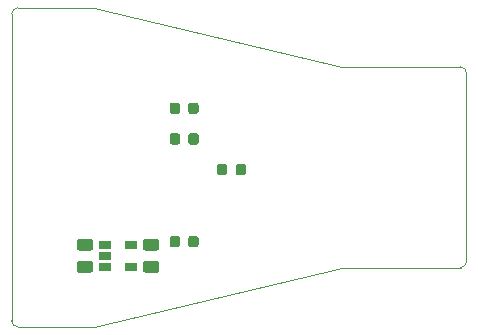
<source format=gbp>
G04 #@! TF.GenerationSoftware,KiCad,Pcbnew,5.1.4+dfsg1-1*
G04 #@! TF.CreationDate,2019-12-02T03:44:51+01:00*
G04 #@! TF.ProjectId,JlinkBreakout,4a6c696e-6b42-4726-9561-6b6f75742e6b,rev?*
G04 #@! TF.SameCoordinates,Original*
G04 #@! TF.FileFunction,Paste,Bot*
G04 #@! TF.FilePolarity,Positive*
%FSLAX46Y46*%
G04 Gerber Fmt 4.6, Leading zero omitted, Abs format (unit mm)*
G04 Created by KiCad (PCBNEW 5.1.4+dfsg1-1) date 2019-12-02 03:44:51*
%MOMM*%
%LPD*%
G04 APERTURE LIST*
%ADD10C,0.050000*%
%ADD11C,0.100000*%
%ADD12C,0.975000*%
%ADD13R,1.060000X0.650000*%
%ADD14C,0.875000*%
G04 APERTURE END LIST*
D10*
X58500000Y-60000000D02*
G75*
G02X58000000Y-59500000I0J500000D01*
G01*
X58000000Y-33500000D02*
G75*
G02X58500000Y-33000000I500000J0D01*
G01*
X96000000Y-38000000D02*
G75*
G02X96500000Y-38500000I0J-500000D01*
G01*
X96500000Y-54500000D02*
G75*
G02X96000000Y-55000000I-500000J0D01*
G01*
X86000000Y-38000000D02*
X65000000Y-33000000D01*
X96000000Y-38000000D02*
X86000000Y-38000000D01*
X96500000Y-54500000D02*
X96500000Y-38500000D01*
X86000000Y-55000000D02*
X96000000Y-55000000D01*
X65000000Y-60000000D02*
X86000000Y-55000000D01*
X65000000Y-33000000D02*
X58500000Y-33000000D01*
X58500000Y-60000000D02*
X65000000Y-60000000D01*
X58000000Y-33500000D02*
X58000000Y-59500000D01*
D11*
G36*
X70280142Y-52576174D02*
G01*
X70303803Y-52579684D01*
X70327007Y-52585496D01*
X70349529Y-52593554D01*
X70371153Y-52603782D01*
X70391670Y-52616079D01*
X70410883Y-52630329D01*
X70428607Y-52646393D01*
X70444671Y-52664117D01*
X70458921Y-52683330D01*
X70471218Y-52703847D01*
X70481446Y-52725471D01*
X70489504Y-52747993D01*
X70495316Y-52771197D01*
X70498826Y-52794858D01*
X70500000Y-52818750D01*
X70500000Y-53306250D01*
X70498826Y-53330142D01*
X70495316Y-53353803D01*
X70489504Y-53377007D01*
X70481446Y-53399529D01*
X70471218Y-53421153D01*
X70458921Y-53441670D01*
X70444671Y-53460883D01*
X70428607Y-53478607D01*
X70410883Y-53494671D01*
X70391670Y-53508921D01*
X70371153Y-53521218D01*
X70349529Y-53531446D01*
X70327007Y-53539504D01*
X70303803Y-53545316D01*
X70280142Y-53548826D01*
X70256250Y-53550000D01*
X69343750Y-53550000D01*
X69319858Y-53548826D01*
X69296197Y-53545316D01*
X69272993Y-53539504D01*
X69250471Y-53531446D01*
X69228847Y-53521218D01*
X69208330Y-53508921D01*
X69189117Y-53494671D01*
X69171393Y-53478607D01*
X69155329Y-53460883D01*
X69141079Y-53441670D01*
X69128782Y-53421153D01*
X69118554Y-53399529D01*
X69110496Y-53377007D01*
X69104684Y-53353803D01*
X69101174Y-53330142D01*
X69100000Y-53306250D01*
X69100000Y-52818750D01*
X69101174Y-52794858D01*
X69104684Y-52771197D01*
X69110496Y-52747993D01*
X69118554Y-52725471D01*
X69128782Y-52703847D01*
X69141079Y-52683330D01*
X69155329Y-52664117D01*
X69171393Y-52646393D01*
X69189117Y-52630329D01*
X69208330Y-52616079D01*
X69228847Y-52603782D01*
X69250471Y-52593554D01*
X69272993Y-52585496D01*
X69296197Y-52579684D01*
X69319858Y-52576174D01*
X69343750Y-52575000D01*
X70256250Y-52575000D01*
X70280142Y-52576174D01*
X70280142Y-52576174D01*
G37*
D12*
X69800000Y-53062500D03*
D11*
G36*
X70280142Y-54451174D02*
G01*
X70303803Y-54454684D01*
X70327007Y-54460496D01*
X70349529Y-54468554D01*
X70371153Y-54478782D01*
X70391670Y-54491079D01*
X70410883Y-54505329D01*
X70428607Y-54521393D01*
X70444671Y-54539117D01*
X70458921Y-54558330D01*
X70471218Y-54578847D01*
X70481446Y-54600471D01*
X70489504Y-54622993D01*
X70495316Y-54646197D01*
X70498826Y-54669858D01*
X70500000Y-54693750D01*
X70500000Y-55181250D01*
X70498826Y-55205142D01*
X70495316Y-55228803D01*
X70489504Y-55252007D01*
X70481446Y-55274529D01*
X70471218Y-55296153D01*
X70458921Y-55316670D01*
X70444671Y-55335883D01*
X70428607Y-55353607D01*
X70410883Y-55369671D01*
X70391670Y-55383921D01*
X70371153Y-55396218D01*
X70349529Y-55406446D01*
X70327007Y-55414504D01*
X70303803Y-55420316D01*
X70280142Y-55423826D01*
X70256250Y-55425000D01*
X69343750Y-55425000D01*
X69319858Y-55423826D01*
X69296197Y-55420316D01*
X69272993Y-55414504D01*
X69250471Y-55406446D01*
X69228847Y-55396218D01*
X69208330Y-55383921D01*
X69189117Y-55369671D01*
X69171393Y-55353607D01*
X69155329Y-55335883D01*
X69141079Y-55316670D01*
X69128782Y-55296153D01*
X69118554Y-55274529D01*
X69110496Y-55252007D01*
X69104684Y-55228803D01*
X69101174Y-55205142D01*
X69100000Y-55181250D01*
X69100000Y-54693750D01*
X69101174Y-54669858D01*
X69104684Y-54646197D01*
X69110496Y-54622993D01*
X69118554Y-54600471D01*
X69128782Y-54578847D01*
X69141079Y-54558330D01*
X69155329Y-54539117D01*
X69171393Y-54521393D01*
X69189117Y-54505329D01*
X69208330Y-54491079D01*
X69228847Y-54478782D01*
X69250471Y-54468554D01*
X69272993Y-54460496D01*
X69296197Y-54454684D01*
X69319858Y-54451174D01*
X69343750Y-54450000D01*
X70256250Y-54450000D01*
X70280142Y-54451174D01*
X70280142Y-54451174D01*
G37*
D12*
X69800000Y-54937500D03*
D11*
G36*
X64680142Y-54451174D02*
G01*
X64703803Y-54454684D01*
X64727007Y-54460496D01*
X64749529Y-54468554D01*
X64771153Y-54478782D01*
X64791670Y-54491079D01*
X64810883Y-54505329D01*
X64828607Y-54521393D01*
X64844671Y-54539117D01*
X64858921Y-54558330D01*
X64871218Y-54578847D01*
X64881446Y-54600471D01*
X64889504Y-54622993D01*
X64895316Y-54646197D01*
X64898826Y-54669858D01*
X64900000Y-54693750D01*
X64900000Y-55181250D01*
X64898826Y-55205142D01*
X64895316Y-55228803D01*
X64889504Y-55252007D01*
X64881446Y-55274529D01*
X64871218Y-55296153D01*
X64858921Y-55316670D01*
X64844671Y-55335883D01*
X64828607Y-55353607D01*
X64810883Y-55369671D01*
X64791670Y-55383921D01*
X64771153Y-55396218D01*
X64749529Y-55406446D01*
X64727007Y-55414504D01*
X64703803Y-55420316D01*
X64680142Y-55423826D01*
X64656250Y-55425000D01*
X63743750Y-55425000D01*
X63719858Y-55423826D01*
X63696197Y-55420316D01*
X63672993Y-55414504D01*
X63650471Y-55406446D01*
X63628847Y-55396218D01*
X63608330Y-55383921D01*
X63589117Y-55369671D01*
X63571393Y-55353607D01*
X63555329Y-55335883D01*
X63541079Y-55316670D01*
X63528782Y-55296153D01*
X63518554Y-55274529D01*
X63510496Y-55252007D01*
X63504684Y-55228803D01*
X63501174Y-55205142D01*
X63500000Y-55181250D01*
X63500000Y-54693750D01*
X63501174Y-54669858D01*
X63504684Y-54646197D01*
X63510496Y-54622993D01*
X63518554Y-54600471D01*
X63528782Y-54578847D01*
X63541079Y-54558330D01*
X63555329Y-54539117D01*
X63571393Y-54521393D01*
X63589117Y-54505329D01*
X63608330Y-54491079D01*
X63628847Y-54478782D01*
X63650471Y-54468554D01*
X63672993Y-54460496D01*
X63696197Y-54454684D01*
X63719858Y-54451174D01*
X63743750Y-54450000D01*
X64656250Y-54450000D01*
X64680142Y-54451174D01*
X64680142Y-54451174D01*
G37*
D12*
X64200000Y-54937500D03*
D11*
G36*
X64680142Y-52576174D02*
G01*
X64703803Y-52579684D01*
X64727007Y-52585496D01*
X64749529Y-52593554D01*
X64771153Y-52603782D01*
X64791670Y-52616079D01*
X64810883Y-52630329D01*
X64828607Y-52646393D01*
X64844671Y-52664117D01*
X64858921Y-52683330D01*
X64871218Y-52703847D01*
X64881446Y-52725471D01*
X64889504Y-52747993D01*
X64895316Y-52771197D01*
X64898826Y-52794858D01*
X64900000Y-52818750D01*
X64900000Y-53306250D01*
X64898826Y-53330142D01*
X64895316Y-53353803D01*
X64889504Y-53377007D01*
X64881446Y-53399529D01*
X64871218Y-53421153D01*
X64858921Y-53441670D01*
X64844671Y-53460883D01*
X64828607Y-53478607D01*
X64810883Y-53494671D01*
X64791670Y-53508921D01*
X64771153Y-53521218D01*
X64749529Y-53531446D01*
X64727007Y-53539504D01*
X64703803Y-53545316D01*
X64680142Y-53548826D01*
X64656250Y-53550000D01*
X63743750Y-53550000D01*
X63719858Y-53548826D01*
X63696197Y-53545316D01*
X63672993Y-53539504D01*
X63650471Y-53531446D01*
X63628847Y-53521218D01*
X63608330Y-53508921D01*
X63589117Y-53494671D01*
X63571393Y-53478607D01*
X63555329Y-53460883D01*
X63541079Y-53441670D01*
X63528782Y-53421153D01*
X63518554Y-53399529D01*
X63510496Y-53377007D01*
X63504684Y-53353803D01*
X63501174Y-53330142D01*
X63500000Y-53306250D01*
X63500000Y-52818750D01*
X63501174Y-52794858D01*
X63504684Y-52771197D01*
X63510496Y-52747993D01*
X63518554Y-52725471D01*
X63528782Y-52703847D01*
X63541079Y-52683330D01*
X63555329Y-52664117D01*
X63571393Y-52646393D01*
X63589117Y-52630329D01*
X63608330Y-52616079D01*
X63628847Y-52603782D01*
X63650471Y-52593554D01*
X63672993Y-52585496D01*
X63696197Y-52579684D01*
X63719858Y-52576174D01*
X63743750Y-52575000D01*
X64656250Y-52575000D01*
X64680142Y-52576174D01*
X64680142Y-52576174D01*
G37*
D12*
X64200000Y-53062500D03*
D13*
X65900000Y-54950000D03*
X65900000Y-54000000D03*
X65900000Y-53050000D03*
X68100000Y-53050000D03*
X68100000Y-54950000D03*
D11*
G36*
X73627691Y-41026053D02*
G01*
X73648926Y-41029203D01*
X73669750Y-41034419D01*
X73689962Y-41041651D01*
X73709368Y-41050830D01*
X73727781Y-41061866D01*
X73745024Y-41074654D01*
X73760930Y-41089070D01*
X73775346Y-41104976D01*
X73788134Y-41122219D01*
X73799170Y-41140632D01*
X73808349Y-41160038D01*
X73815581Y-41180250D01*
X73820797Y-41201074D01*
X73823947Y-41222309D01*
X73825000Y-41243750D01*
X73825000Y-41756250D01*
X73823947Y-41777691D01*
X73820797Y-41798926D01*
X73815581Y-41819750D01*
X73808349Y-41839962D01*
X73799170Y-41859368D01*
X73788134Y-41877781D01*
X73775346Y-41895024D01*
X73760930Y-41910930D01*
X73745024Y-41925346D01*
X73727781Y-41938134D01*
X73709368Y-41949170D01*
X73689962Y-41958349D01*
X73669750Y-41965581D01*
X73648926Y-41970797D01*
X73627691Y-41973947D01*
X73606250Y-41975000D01*
X73168750Y-41975000D01*
X73147309Y-41973947D01*
X73126074Y-41970797D01*
X73105250Y-41965581D01*
X73085038Y-41958349D01*
X73065632Y-41949170D01*
X73047219Y-41938134D01*
X73029976Y-41925346D01*
X73014070Y-41910930D01*
X72999654Y-41895024D01*
X72986866Y-41877781D01*
X72975830Y-41859368D01*
X72966651Y-41839962D01*
X72959419Y-41819750D01*
X72954203Y-41798926D01*
X72951053Y-41777691D01*
X72950000Y-41756250D01*
X72950000Y-41243750D01*
X72951053Y-41222309D01*
X72954203Y-41201074D01*
X72959419Y-41180250D01*
X72966651Y-41160038D01*
X72975830Y-41140632D01*
X72986866Y-41122219D01*
X72999654Y-41104976D01*
X73014070Y-41089070D01*
X73029976Y-41074654D01*
X73047219Y-41061866D01*
X73065632Y-41050830D01*
X73085038Y-41041651D01*
X73105250Y-41034419D01*
X73126074Y-41029203D01*
X73147309Y-41026053D01*
X73168750Y-41025000D01*
X73606250Y-41025000D01*
X73627691Y-41026053D01*
X73627691Y-41026053D01*
G37*
D14*
X73387500Y-41500000D03*
D11*
G36*
X72052691Y-41026053D02*
G01*
X72073926Y-41029203D01*
X72094750Y-41034419D01*
X72114962Y-41041651D01*
X72134368Y-41050830D01*
X72152781Y-41061866D01*
X72170024Y-41074654D01*
X72185930Y-41089070D01*
X72200346Y-41104976D01*
X72213134Y-41122219D01*
X72224170Y-41140632D01*
X72233349Y-41160038D01*
X72240581Y-41180250D01*
X72245797Y-41201074D01*
X72248947Y-41222309D01*
X72250000Y-41243750D01*
X72250000Y-41756250D01*
X72248947Y-41777691D01*
X72245797Y-41798926D01*
X72240581Y-41819750D01*
X72233349Y-41839962D01*
X72224170Y-41859368D01*
X72213134Y-41877781D01*
X72200346Y-41895024D01*
X72185930Y-41910930D01*
X72170024Y-41925346D01*
X72152781Y-41938134D01*
X72134368Y-41949170D01*
X72114962Y-41958349D01*
X72094750Y-41965581D01*
X72073926Y-41970797D01*
X72052691Y-41973947D01*
X72031250Y-41975000D01*
X71593750Y-41975000D01*
X71572309Y-41973947D01*
X71551074Y-41970797D01*
X71530250Y-41965581D01*
X71510038Y-41958349D01*
X71490632Y-41949170D01*
X71472219Y-41938134D01*
X71454976Y-41925346D01*
X71439070Y-41910930D01*
X71424654Y-41895024D01*
X71411866Y-41877781D01*
X71400830Y-41859368D01*
X71391651Y-41839962D01*
X71384419Y-41819750D01*
X71379203Y-41798926D01*
X71376053Y-41777691D01*
X71375000Y-41756250D01*
X71375000Y-41243750D01*
X71376053Y-41222309D01*
X71379203Y-41201074D01*
X71384419Y-41180250D01*
X71391651Y-41160038D01*
X71400830Y-41140632D01*
X71411866Y-41122219D01*
X71424654Y-41104976D01*
X71439070Y-41089070D01*
X71454976Y-41074654D01*
X71472219Y-41061866D01*
X71490632Y-41050830D01*
X71510038Y-41041651D01*
X71530250Y-41034419D01*
X71551074Y-41029203D01*
X71572309Y-41026053D01*
X71593750Y-41025000D01*
X72031250Y-41025000D01*
X72052691Y-41026053D01*
X72052691Y-41026053D01*
G37*
D14*
X71812500Y-41500000D03*
D11*
G36*
X72052691Y-43626053D02*
G01*
X72073926Y-43629203D01*
X72094750Y-43634419D01*
X72114962Y-43641651D01*
X72134368Y-43650830D01*
X72152781Y-43661866D01*
X72170024Y-43674654D01*
X72185930Y-43689070D01*
X72200346Y-43704976D01*
X72213134Y-43722219D01*
X72224170Y-43740632D01*
X72233349Y-43760038D01*
X72240581Y-43780250D01*
X72245797Y-43801074D01*
X72248947Y-43822309D01*
X72250000Y-43843750D01*
X72250000Y-44356250D01*
X72248947Y-44377691D01*
X72245797Y-44398926D01*
X72240581Y-44419750D01*
X72233349Y-44439962D01*
X72224170Y-44459368D01*
X72213134Y-44477781D01*
X72200346Y-44495024D01*
X72185930Y-44510930D01*
X72170024Y-44525346D01*
X72152781Y-44538134D01*
X72134368Y-44549170D01*
X72114962Y-44558349D01*
X72094750Y-44565581D01*
X72073926Y-44570797D01*
X72052691Y-44573947D01*
X72031250Y-44575000D01*
X71593750Y-44575000D01*
X71572309Y-44573947D01*
X71551074Y-44570797D01*
X71530250Y-44565581D01*
X71510038Y-44558349D01*
X71490632Y-44549170D01*
X71472219Y-44538134D01*
X71454976Y-44525346D01*
X71439070Y-44510930D01*
X71424654Y-44495024D01*
X71411866Y-44477781D01*
X71400830Y-44459368D01*
X71391651Y-44439962D01*
X71384419Y-44419750D01*
X71379203Y-44398926D01*
X71376053Y-44377691D01*
X71375000Y-44356250D01*
X71375000Y-43843750D01*
X71376053Y-43822309D01*
X71379203Y-43801074D01*
X71384419Y-43780250D01*
X71391651Y-43760038D01*
X71400830Y-43740632D01*
X71411866Y-43722219D01*
X71424654Y-43704976D01*
X71439070Y-43689070D01*
X71454976Y-43674654D01*
X71472219Y-43661866D01*
X71490632Y-43650830D01*
X71510038Y-43641651D01*
X71530250Y-43634419D01*
X71551074Y-43629203D01*
X71572309Y-43626053D01*
X71593750Y-43625000D01*
X72031250Y-43625000D01*
X72052691Y-43626053D01*
X72052691Y-43626053D01*
G37*
D14*
X71812500Y-44100000D03*
D11*
G36*
X73627691Y-43626053D02*
G01*
X73648926Y-43629203D01*
X73669750Y-43634419D01*
X73689962Y-43641651D01*
X73709368Y-43650830D01*
X73727781Y-43661866D01*
X73745024Y-43674654D01*
X73760930Y-43689070D01*
X73775346Y-43704976D01*
X73788134Y-43722219D01*
X73799170Y-43740632D01*
X73808349Y-43760038D01*
X73815581Y-43780250D01*
X73820797Y-43801074D01*
X73823947Y-43822309D01*
X73825000Y-43843750D01*
X73825000Y-44356250D01*
X73823947Y-44377691D01*
X73820797Y-44398926D01*
X73815581Y-44419750D01*
X73808349Y-44439962D01*
X73799170Y-44459368D01*
X73788134Y-44477781D01*
X73775346Y-44495024D01*
X73760930Y-44510930D01*
X73745024Y-44525346D01*
X73727781Y-44538134D01*
X73709368Y-44549170D01*
X73689962Y-44558349D01*
X73669750Y-44565581D01*
X73648926Y-44570797D01*
X73627691Y-44573947D01*
X73606250Y-44575000D01*
X73168750Y-44575000D01*
X73147309Y-44573947D01*
X73126074Y-44570797D01*
X73105250Y-44565581D01*
X73085038Y-44558349D01*
X73065632Y-44549170D01*
X73047219Y-44538134D01*
X73029976Y-44525346D01*
X73014070Y-44510930D01*
X72999654Y-44495024D01*
X72986866Y-44477781D01*
X72975830Y-44459368D01*
X72966651Y-44439962D01*
X72959419Y-44419750D01*
X72954203Y-44398926D01*
X72951053Y-44377691D01*
X72950000Y-44356250D01*
X72950000Y-43843750D01*
X72951053Y-43822309D01*
X72954203Y-43801074D01*
X72959419Y-43780250D01*
X72966651Y-43760038D01*
X72975830Y-43740632D01*
X72986866Y-43722219D01*
X72999654Y-43704976D01*
X73014070Y-43689070D01*
X73029976Y-43674654D01*
X73047219Y-43661866D01*
X73065632Y-43650830D01*
X73085038Y-43641651D01*
X73105250Y-43634419D01*
X73126074Y-43629203D01*
X73147309Y-43626053D01*
X73168750Y-43625000D01*
X73606250Y-43625000D01*
X73627691Y-43626053D01*
X73627691Y-43626053D01*
G37*
D14*
X73387500Y-44100000D03*
D11*
G36*
X73627691Y-52326053D02*
G01*
X73648926Y-52329203D01*
X73669750Y-52334419D01*
X73689962Y-52341651D01*
X73709368Y-52350830D01*
X73727781Y-52361866D01*
X73745024Y-52374654D01*
X73760930Y-52389070D01*
X73775346Y-52404976D01*
X73788134Y-52422219D01*
X73799170Y-52440632D01*
X73808349Y-52460038D01*
X73815581Y-52480250D01*
X73820797Y-52501074D01*
X73823947Y-52522309D01*
X73825000Y-52543750D01*
X73825000Y-53056250D01*
X73823947Y-53077691D01*
X73820797Y-53098926D01*
X73815581Y-53119750D01*
X73808349Y-53139962D01*
X73799170Y-53159368D01*
X73788134Y-53177781D01*
X73775346Y-53195024D01*
X73760930Y-53210930D01*
X73745024Y-53225346D01*
X73727781Y-53238134D01*
X73709368Y-53249170D01*
X73689962Y-53258349D01*
X73669750Y-53265581D01*
X73648926Y-53270797D01*
X73627691Y-53273947D01*
X73606250Y-53275000D01*
X73168750Y-53275000D01*
X73147309Y-53273947D01*
X73126074Y-53270797D01*
X73105250Y-53265581D01*
X73085038Y-53258349D01*
X73065632Y-53249170D01*
X73047219Y-53238134D01*
X73029976Y-53225346D01*
X73014070Y-53210930D01*
X72999654Y-53195024D01*
X72986866Y-53177781D01*
X72975830Y-53159368D01*
X72966651Y-53139962D01*
X72959419Y-53119750D01*
X72954203Y-53098926D01*
X72951053Y-53077691D01*
X72950000Y-53056250D01*
X72950000Y-52543750D01*
X72951053Y-52522309D01*
X72954203Y-52501074D01*
X72959419Y-52480250D01*
X72966651Y-52460038D01*
X72975830Y-52440632D01*
X72986866Y-52422219D01*
X72999654Y-52404976D01*
X73014070Y-52389070D01*
X73029976Y-52374654D01*
X73047219Y-52361866D01*
X73065632Y-52350830D01*
X73085038Y-52341651D01*
X73105250Y-52334419D01*
X73126074Y-52329203D01*
X73147309Y-52326053D01*
X73168750Y-52325000D01*
X73606250Y-52325000D01*
X73627691Y-52326053D01*
X73627691Y-52326053D01*
G37*
D14*
X73387500Y-52800000D03*
D11*
G36*
X72052691Y-52326053D02*
G01*
X72073926Y-52329203D01*
X72094750Y-52334419D01*
X72114962Y-52341651D01*
X72134368Y-52350830D01*
X72152781Y-52361866D01*
X72170024Y-52374654D01*
X72185930Y-52389070D01*
X72200346Y-52404976D01*
X72213134Y-52422219D01*
X72224170Y-52440632D01*
X72233349Y-52460038D01*
X72240581Y-52480250D01*
X72245797Y-52501074D01*
X72248947Y-52522309D01*
X72250000Y-52543750D01*
X72250000Y-53056250D01*
X72248947Y-53077691D01*
X72245797Y-53098926D01*
X72240581Y-53119750D01*
X72233349Y-53139962D01*
X72224170Y-53159368D01*
X72213134Y-53177781D01*
X72200346Y-53195024D01*
X72185930Y-53210930D01*
X72170024Y-53225346D01*
X72152781Y-53238134D01*
X72134368Y-53249170D01*
X72114962Y-53258349D01*
X72094750Y-53265581D01*
X72073926Y-53270797D01*
X72052691Y-53273947D01*
X72031250Y-53275000D01*
X71593750Y-53275000D01*
X71572309Y-53273947D01*
X71551074Y-53270797D01*
X71530250Y-53265581D01*
X71510038Y-53258349D01*
X71490632Y-53249170D01*
X71472219Y-53238134D01*
X71454976Y-53225346D01*
X71439070Y-53210930D01*
X71424654Y-53195024D01*
X71411866Y-53177781D01*
X71400830Y-53159368D01*
X71391651Y-53139962D01*
X71384419Y-53119750D01*
X71379203Y-53098926D01*
X71376053Y-53077691D01*
X71375000Y-53056250D01*
X71375000Y-52543750D01*
X71376053Y-52522309D01*
X71379203Y-52501074D01*
X71384419Y-52480250D01*
X71391651Y-52460038D01*
X71400830Y-52440632D01*
X71411866Y-52422219D01*
X71424654Y-52404976D01*
X71439070Y-52389070D01*
X71454976Y-52374654D01*
X71472219Y-52361866D01*
X71490632Y-52350830D01*
X71510038Y-52341651D01*
X71530250Y-52334419D01*
X71551074Y-52329203D01*
X71572309Y-52326053D01*
X71593750Y-52325000D01*
X72031250Y-52325000D01*
X72052691Y-52326053D01*
X72052691Y-52326053D01*
G37*
D14*
X71812500Y-52800000D03*
D11*
G36*
X77627691Y-46226053D02*
G01*
X77648926Y-46229203D01*
X77669750Y-46234419D01*
X77689962Y-46241651D01*
X77709368Y-46250830D01*
X77727781Y-46261866D01*
X77745024Y-46274654D01*
X77760930Y-46289070D01*
X77775346Y-46304976D01*
X77788134Y-46322219D01*
X77799170Y-46340632D01*
X77808349Y-46360038D01*
X77815581Y-46380250D01*
X77820797Y-46401074D01*
X77823947Y-46422309D01*
X77825000Y-46443750D01*
X77825000Y-46956250D01*
X77823947Y-46977691D01*
X77820797Y-46998926D01*
X77815581Y-47019750D01*
X77808349Y-47039962D01*
X77799170Y-47059368D01*
X77788134Y-47077781D01*
X77775346Y-47095024D01*
X77760930Y-47110930D01*
X77745024Y-47125346D01*
X77727781Y-47138134D01*
X77709368Y-47149170D01*
X77689962Y-47158349D01*
X77669750Y-47165581D01*
X77648926Y-47170797D01*
X77627691Y-47173947D01*
X77606250Y-47175000D01*
X77168750Y-47175000D01*
X77147309Y-47173947D01*
X77126074Y-47170797D01*
X77105250Y-47165581D01*
X77085038Y-47158349D01*
X77065632Y-47149170D01*
X77047219Y-47138134D01*
X77029976Y-47125346D01*
X77014070Y-47110930D01*
X76999654Y-47095024D01*
X76986866Y-47077781D01*
X76975830Y-47059368D01*
X76966651Y-47039962D01*
X76959419Y-47019750D01*
X76954203Y-46998926D01*
X76951053Y-46977691D01*
X76950000Y-46956250D01*
X76950000Y-46443750D01*
X76951053Y-46422309D01*
X76954203Y-46401074D01*
X76959419Y-46380250D01*
X76966651Y-46360038D01*
X76975830Y-46340632D01*
X76986866Y-46322219D01*
X76999654Y-46304976D01*
X77014070Y-46289070D01*
X77029976Y-46274654D01*
X77047219Y-46261866D01*
X77065632Y-46250830D01*
X77085038Y-46241651D01*
X77105250Y-46234419D01*
X77126074Y-46229203D01*
X77147309Y-46226053D01*
X77168750Y-46225000D01*
X77606250Y-46225000D01*
X77627691Y-46226053D01*
X77627691Y-46226053D01*
G37*
D14*
X77387500Y-46700000D03*
D11*
G36*
X76052691Y-46226053D02*
G01*
X76073926Y-46229203D01*
X76094750Y-46234419D01*
X76114962Y-46241651D01*
X76134368Y-46250830D01*
X76152781Y-46261866D01*
X76170024Y-46274654D01*
X76185930Y-46289070D01*
X76200346Y-46304976D01*
X76213134Y-46322219D01*
X76224170Y-46340632D01*
X76233349Y-46360038D01*
X76240581Y-46380250D01*
X76245797Y-46401074D01*
X76248947Y-46422309D01*
X76250000Y-46443750D01*
X76250000Y-46956250D01*
X76248947Y-46977691D01*
X76245797Y-46998926D01*
X76240581Y-47019750D01*
X76233349Y-47039962D01*
X76224170Y-47059368D01*
X76213134Y-47077781D01*
X76200346Y-47095024D01*
X76185930Y-47110930D01*
X76170024Y-47125346D01*
X76152781Y-47138134D01*
X76134368Y-47149170D01*
X76114962Y-47158349D01*
X76094750Y-47165581D01*
X76073926Y-47170797D01*
X76052691Y-47173947D01*
X76031250Y-47175000D01*
X75593750Y-47175000D01*
X75572309Y-47173947D01*
X75551074Y-47170797D01*
X75530250Y-47165581D01*
X75510038Y-47158349D01*
X75490632Y-47149170D01*
X75472219Y-47138134D01*
X75454976Y-47125346D01*
X75439070Y-47110930D01*
X75424654Y-47095024D01*
X75411866Y-47077781D01*
X75400830Y-47059368D01*
X75391651Y-47039962D01*
X75384419Y-47019750D01*
X75379203Y-46998926D01*
X75376053Y-46977691D01*
X75375000Y-46956250D01*
X75375000Y-46443750D01*
X75376053Y-46422309D01*
X75379203Y-46401074D01*
X75384419Y-46380250D01*
X75391651Y-46360038D01*
X75400830Y-46340632D01*
X75411866Y-46322219D01*
X75424654Y-46304976D01*
X75439070Y-46289070D01*
X75454976Y-46274654D01*
X75472219Y-46261866D01*
X75490632Y-46250830D01*
X75510038Y-46241651D01*
X75530250Y-46234419D01*
X75551074Y-46229203D01*
X75572309Y-46226053D01*
X75593750Y-46225000D01*
X76031250Y-46225000D01*
X76052691Y-46226053D01*
X76052691Y-46226053D01*
G37*
D14*
X75812500Y-46700000D03*
M02*

</source>
